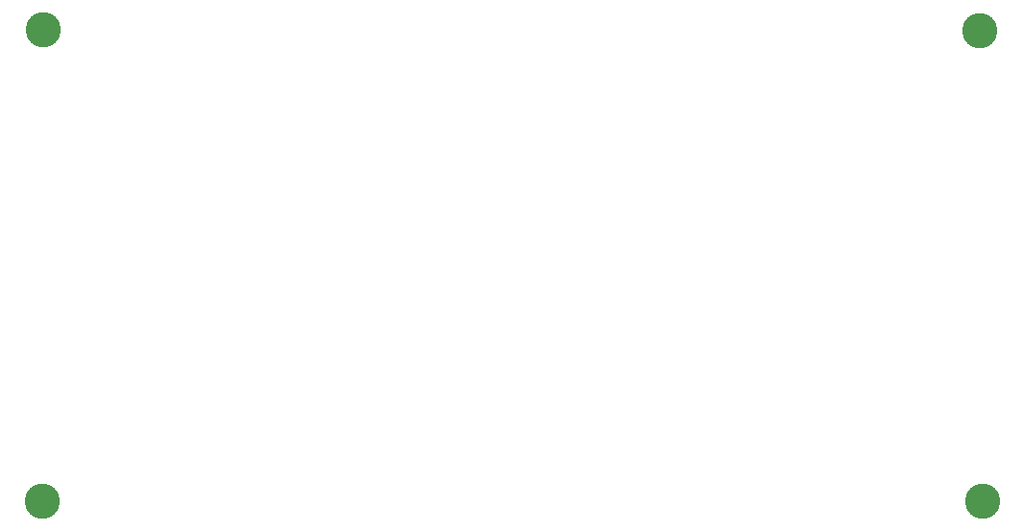
<source format=gbr>
%TF.GenerationSoftware,KiCad,Pcbnew,(5.1.6)-1*%
%TF.CreationDate,2020-10-14T00:51:24+03:00*%
%TF.ProjectId,aplx6.rev2.blank,61706c78-362e-4726-9576-322e626c616e,rev?*%
%TF.SameCoordinates,Original*%
%TF.FileFunction,Soldermask,Bot*%
%TF.FilePolarity,Negative*%
%FSLAX46Y46*%
G04 Gerber Fmt 4.6, Leading zero omitted, Abs format (unit mm)*
G04 Created by KiCad (PCBNEW (5.1.6)-1) date 2020-10-14 00:51:24*
%MOMM*%
%LPD*%
G01*
G04 APERTURE LIST*
%ADD10C,3.100000*%
G04 APERTURE END LIST*
D10*
%TO.C,U4*%
X189650000Y-103000000D03*
%TD*%
%TO.C,U4*%
X189450000Y-61550000D03*
%TD*%
%TO.C,U4*%
X106850000Y-103000000D03*
%TD*%
%TO.C,U4*%
X106950000Y-61500000D03*
%TD*%
M02*

</source>
